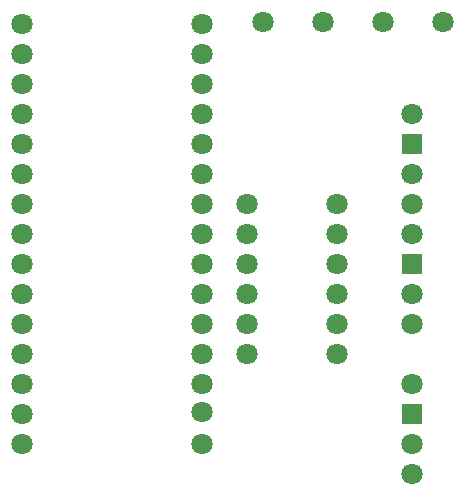
<source format=gts>
%TF.GenerationSoftware,KiCad,Pcbnew,9.0.0*%
%TF.CreationDate,2025-03-02T14:26:22-08:00*%
%TF.ProjectId,server,73657276-6572-42e6-9b69-6361645f7063,v0.1*%
%TF.SameCoordinates,Original*%
%TF.FileFunction,Soldermask,Top*%
%TF.FilePolarity,Negative*%
%FSLAX46Y46*%
G04 Gerber Fmt 4.6, Leading zero omitted, Abs format (unit mm)*
G04 Created by KiCad (PCBNEW 9.0.0) date 2025-03-02 14:26:22*
%MOMM*%
%LPD*%
G01*
G04 APERTURE LIST*
%ADD10C,1.800000*%
%ADD11R,1.800000X1.800000*%
G04 APERTURE END LIST*
D10*
%TO.C,RGB_LED_ROUND1*%
X167650000Y-88900000D03*
X167650000Y-86360000D03*
D11*
X167650000Y-83820000D03*
D10*
X167650000Y-81280000D03*
%TD*%
%TO.C,RGB_LED_ROUND2*%
X167650000Y-91440000D03*
D11*
X167650000Y-93980000D03*
D10*
X167650000Y-96520000D03*
X167650000Y-99060000D03*
%TD*%
%TO.C,R6*%
X153680000Y-101600000D03*
X161300000Y-101600000D03*
%TD*%
%TO.C,R1*%
X153680000Y-88900000D03*
X161300000Y-88900000D03*
%TD*%
%TO.C,R5*%
X153680000Y-99060000D03*
X161300000Y-99060000D03*
%TD*%
%TO.C,R2*%
X153680000Y-91440000D03*
X161300000Y-91440000D03*
%TD*%
%TO.C,ESP32_Nano1*%
X134630000Y-73660000D03*
X134630000Y-76200000D03*
X134630000Y-78740000D03*
X134630000Y-81280000D03*
X134630000Y-83820000D03*
X134630000Y-86360000D03*
X134630000Y-88900000D03*
X134630000Y-91440000D03*
X134630000Y-93980000D03*
X134630000Y-96520000D03*
X134630000Y-99060000D03*
X134630000Y-101600000D03*
X134630000Y-104140000D03*
X134630000Y-106680000D03*
X134630000Y-109220000D03*
X149870000Y-109220000D03*
X149873472Y-106528102D03*
X149870000Y-104140000D03*
X149870000Y-101600000D03*
X149870000Y-99060000D03*
X149870000Y-96520000D03*
X149870000Y-93980000D03*
X149870000Y-91440000D03*
X149870000Y-88900000D03*
X149870000Y-86360000D03*
X149870000Y-83820000D03*
X149870000Y-81280000D03*
X149870000Y-78740000D03*
X149870000Y-76200000D03*
X149870000Y-73660000D03*
%TD*%
%TO.C,RGB_LED_RECTANGLE1*%
X167650000Y-104140000D03*
D11*
X167650000Y-106680000D03*
D10*
X167650000Y-109220000D03*
X167650000Y-111760000D03*
%TD*%
%TO.C,2_PIN_CONNECTOR2*%
X165210000Y-73560000D03*
X170290000Y-73560000D03*
%TD*%
%TO.C,2_PIN_CONNECTOR1*%
X155040000Y-73560000D03*
X160120000Y-73560000D03*
%TD*%
%TO.C,R3*%
X153680000Y-93980000D03*
X161300000Y-93980000D03*
%TD*%
%TO.C,R4*%
X153680000Y-96520000D03*
X161300000Y-96520000D03*
%TD*%
M02*

</source>
